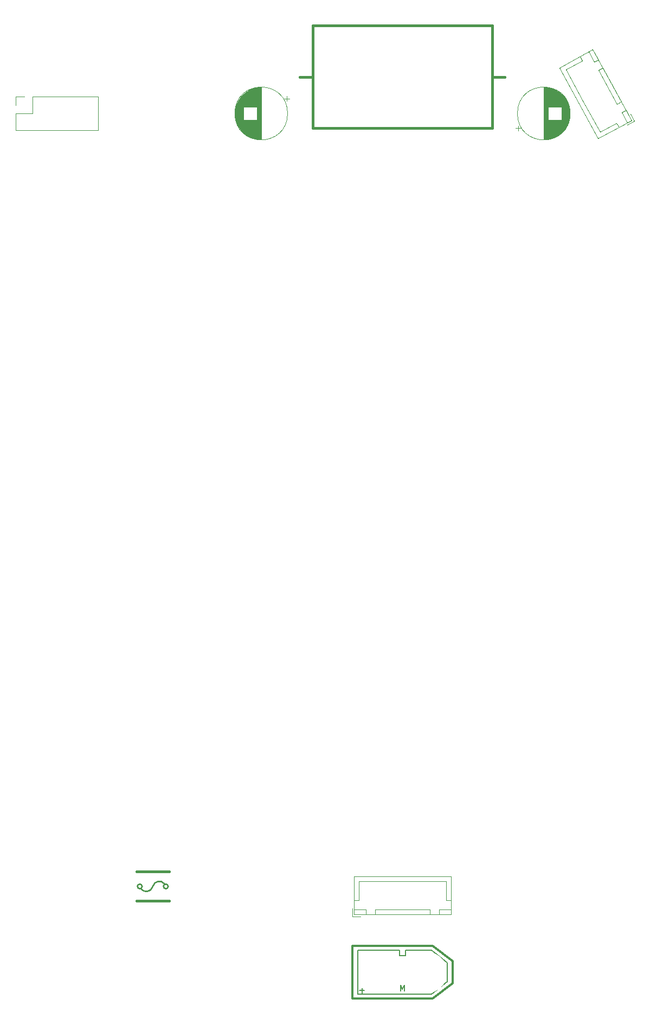
<source format=gbr>
G04 #@! TF.GenerationSoftware,KiCad,Pcbnew,(5.0.0)*
G04 #@! TF.CreationDate,2019-02-19T22:24:29-05:00*
G04 #@! TF.ProjectId,FusIon Pack,467573496F6E205061636B2E6B696361,rev?*
G04 #@! TF.SameCoordinates,Original*
G04 #@! TF.FileFunction,Legend,Bot*
G04 #@! TF.FilePolarity,Positive*
%FSLAX46Y46*%
G04 Gerber Fmt 4.6, Leading zero omitted, Abs format (unit mm)*
G04 Created by KiCad (PCBNEW (5.0.0)) date 02/19/19 22:24:29*
%MOMM*%
%LPD*%
G01*
G04 APERTURE LIST*
%ADD10C,0.120000*%
%ADD11C,0.254000*%
%ADD12C,0.381000*%
%ADD13C,0.200000*%
%ADD14C,0.300000*%
%ADD15C,0.100000*%
%ADD16C,1.601600*%
%ADD17C,1.701600*%
%ADD18R,1.701600X1.701600*%
%ADD19C,3.901600*%
%ADD20O,1.801600X1.801600*%
%ADD21R,1.801600X1.801600*%
%ADD22C,6.601600*%
%ADD23O,1.701600X1.701600*%
%ADD24O,1.801600X2.051600*%
%ADD25R,1.801600X2.051600*%
%ADD26C,1.801600*%
%ADD27C,1.801600*%
%ADD28C,3.101600*%
G04 APERTURE END LIST*
D10*
G04 #@! TO.C,C52*
X95939698Y-36690000D02*
X95939698Y-37490000D01*
X96339698Y-37090000D02*
X95539698Y-37090000D01*
X87849000Y-38872000D02*
X87849000Y-39938000D01*
X87889000Y-38637000D02*
X87889000Y-40173000D01*
X87929000Y-38457000D02*
X87929000Y-40353000D01*
X87969000Y-38307000D02*
X87969000Y-40503000D01*
X88009000Y-38176000D02*
X88009000Y-40634000D01*
X88049000Y-38059000D02*
X88049000Y-40751000D01*
X88089000Y-37952000D02*
X88089000Y-40858000D01*
X88129000Y-37853000D02*
X88129000Y-40957000D01*
X88169000Y-37760000D02*
X88169000Y-41050000D01*
X88209000Y-37674000D02*
X88209000Y-41136000D01*
X88249000Y-37592000D02*
X88249000Y-41218000D01*
X88289000Y-37515000D02*
X88289000Y-41295000D01*
X88329000Y-37441000D02*
X88329000Y-41369000D01*
X88369000Y-37371000D02*
X88369000Y-41439000D01*
X88409000Y-37303000D02*
X88409000Y-41507000D01*
X88449000Y-37239000D02*
X88449000Y-41571000D01*
X88489000Y-37177000D02*
X88489000Y-41633000D01*
X88529000Y-37118000D02*
X88529000Y-41692000D01*
X88569000Y-37060000D02*
X88569000Y-41750000D01*
X88609000Y-37005000D02*
X88609000Y-41805000D01*
X88649000Y-36951000D02*
X88649000Y-41859000D01*
X88689000Y-36900000D02*
X88689000Y-41910000D01*
X88729000Y-36849000D02*
X88729000Y-41961000D01*
X88769000Y-36801000D02*
X88769000Y-42009000D01*
X88809000Y-36754000D02*
X88809000Y-42056000D01*
X88849000Y-36708000D02*
X88849000Y-42102000D01*
X88889000Y-36664000D02*
X88889000Y-42146000D01*
X88929000Y-36621000D02*
X88929000Y-42189000D01*
X88969000Y-36579000D02*
X88969000Y-42231000D01*
X89009000Y-36538000D02*
X89009000Y-42272000D01*
X89049000Y-36498000D02*
X89049000Y-42312000D01*
X89089000Y-36460000D02*
X89089000Y-42350000D01*
X89129000Y-36422000D02*
X89129000Y-42388000D01*
X89169000Y-40445000D02*
X89169000Y-42424000D01*
X89169000Y-36386000D02*
X89169000Y-38365000D01*
X89209000Y-40445000D02*
X89209000Y-42460000D01*
X89209000Y-36350000D02*
X89209000Y-38365000D01*
X89249000Y-40445000D02*
X89249000Y-42495000D01*
X89249000Y-36315000D02*
X89249000Y-38365000D01*
X89289000Y-40445000D02*
X89289000Y-42529000D01*
X89289000Y-36281000D02*
X89289000Y-38365000D01*
X89329000Y-40445000D02*
X89329000Y-42561000D01*
X89329000Y-36249000D02*
X89329000Y-38365000D01*
X89369000Y-40445000D02*
X89369000Y-42594000D01*
X89369000Y-36216000D02*
X89369000Y-38365000D01*
X89409000Y-40445000D02*
X89409000Y-42625000D01*
X89409000Y-36185000D02*
X89409000Y-38365000D01*
X89449000Y-40445000D02*
X89449000Y-42655000D01*
X89449000Y-36155000D02*
X89449000Y-38365000D01*
X89489000Y-40445000D02*
X89489000Y-42685000D01*
X89489000Y-36125000D02*
X89489000Y-38365000D01*
X89529000Y-40445000D02*
X89529000Y-42714000D01*
X89529000Y-36096000D02*
X89529000Y-38365000D01*
X89569000Y-40445000D02*
X89569000Y-42743000D01*
X89569000Y-36067000D02*
X89569000Y-38365000D01*
X89609000Y-40445000D02*
X89609000Y-42770000D01*
X89609000Y-36040000D02*
X89609000Y-38365000D01*
X89649000Y-40445000D02*
X89649000Y-42797000D01*
X89649000Y-36013000D02*
X89649000Y-38365000D01*
X89689000Y-40445000D02*
X89689000Y-42823000D01*
X89689000Y-35987000D02*
X89689000Y-38365000D01*
X89729000Y-40445000D02*
X89729000Y-42849000D01*
X89729000Y-35961000D02*
X89729000Y-38365000D01*
X89769000Y-40445000D02*
X89769000Y-42874000D01*
X89769000Y-35936000D02*
X89769000Y-38365000D01*
X89809000Y-40445000D02*
X89809000Y-42898000D01*
X89809000Y-35912000D02*
X89809000Y-38365000D01*
X89849000Y-40445000D02*
X89849000Y-42922000D01*
X89849000Y-35888000D02*
X89849000Y-38365000D01*
X89889000Y-40445000D02*
X89889000Y-42945000D01*
X89889000Y-35865000D02*
X89889000Y-38365000D01*
X89929000Y-40445000D02*
X89929000Y-42967000D01*
X89929000Y-35843000D02*
X89929000Y-38365000D01*
X89969000Y-40445000D02*
X89969000Y-42989000D01*
X89969000Y-35821000D02*
X89969000Y-38365000D01*
X90009000Y-40445000D02*
X90009000Y-43011000D01*
X90009000Y-35799000D02*
X90009000Y-38365000D01*
X90049000Y-40445000D02*
X90049000Y-43032000D01*
X90049000Y-35778000D02*
X90049000Y-38365000D01*
X90089000Y-40445000D02*
X90089000Y-43052000D01*
X90089000Y-35758000D02*
X90089000Y-38365000D01*
X90129000Y-40445000D02*
X90129000Y-43071000D01*
X90129000Y-35739000D02*
X90129000Y-38365000D01*
X90169000Y-40445000D02*
X90169000Y-43091000D01*
X90169000Y-35719000D02*
X90169000Y-38365000D01*
X90209000Y-40445000D02*
X90209000Y-43109000D01*
X90209000Y-35701000D02*
X90209000Y-38365000D01*
X90249000Y-40445000D02*
X90249000Y-43127000D01*
X90249000Y-35683000D02*
X90249000Y-38365000D01*
X90289000Y-40445000D02*
X90289000Y-43145000D01*
X90289000Y-35665000D02*
X90289000Y-38365000D01*
X90329000Y-40445000D02*
X90329000Y-43162000D01*
X90329000Y-35648000D02*
X90329000Y-38365000D01*
X90369000Y-40445000D02*
X90369000Y-43179000D01*
X90369000Y-35631000D02*
X90369000Y-38365000D01*
X90409000Y-40445000D02*
X90409000Y-43195000D01*
X90409000Y-35615000D02*
X90409000Y-38365000D01*
X90449000Y-40445000D02*
X90449000Y-43210000D01*
X90449000Y-35600000D02*
X90449000Y-38365000D01*
X90489000Y-40445000D02*
X90489000Y-43226000D01*
X90489000Y-35584000D02*
X90489000Y-38365000D01*
X90529000Y-40445000D02*
X90529000Y-43240000D01*
X90529000Y-35570000D02*
X90529000Y-38365000D01*
X90569000Y-40445000D02*
X90569000Y-43255000D01*
X90569000Y-35555000D02*
X90569000Y-38365000D01*
X90609000Y-40445000D02*
X90609000Y-43268000D01*
X90609000Y-35542000D02*
X90609000Y-38365000D01*
X90649000Y-40445000D02*
X90649000Y-43282000D01*
X90649000Y-35528000D02*
X90649000Y-38365000D01*
X90689000Y-40445000D02*
X90689000Y-43294000D01*
X90689000Y-35516000D02*
X90689000Y-38365000D01*
X90729000Y-40445000D02*
X90729000Y-43307000D01*
X90729000Y-35503000D02*
X90729000Y-38365000D01*
X90769000Y-40445000D02*
X90769000Y-43319000D01*
X90769000Y-35491000D02*
X90769000Y-38365000D01*
X90809000Y-40445000D02*
X90809000Y-43330000D01*
X90809000Y-35480000D02*
X90809000Y-38365000D01*
X90849000Y-40445000D02*
X90849000Y-43341000D01*
X90849000Y-35469000D02*
X90849000Y-38365000D01*
X90889000Y-40445000D02*
X90889000Y-43352000D01*
X90889000Y-35458000D02*
X90889000Y-38365000D01*
X90929000Y-40445000D02*
X90929000Y-43362000D01*
X90929000Y-35448000D02*
X90929000Y-38365000D01*
X90969000Y-40445000D02*
X90969000Y-43372000D01*
X90969000Y-35438000D02*
X90969000Y-38365000D01*
X91009000Y-40445000D02*
X91009000Y-43381000D01*
X91009000Y-35429000D02*
X91009000Y-38365000D01*
X91049000Y-40445000D02*
X91049000Y-43390000D01*
X91049000Y-35420000D02*
X91049000Y-38365000D01*
X91089000Y-40445000D02*
X91089000Y-43399000D01*
X91089000Y-35411000D02*
X91089000Y-38365000D01*
X91129000Y-40445000D02*
X91129000Y-43407000D01*
X91129000Y-35403000D02*
X91129000Y-38365000D01*
X91169000Y-40445000D02*
X91169000Y-43415000D01*
X91169000Y-35395000D02*
X91169000Y-38365000D01*
X91209000Y-40445000D02*
X91209000Y-43422000D01*
X91209000Y-35388000D02*
X91209000Y-38365000D01*
X91250000Y-35381000D02*
X91250000Y-43429000D01*
X91290000Y-35375000D02*
X91290000Y-43435000D01*
X91330000Y-35368000D02*
X91330000Y-43442000D01*
X91370000Y-35363000D02*
X91370000Y-43447000D01*
X91410000Y-35357000D02*
X91410000Y-43453000D01*
X91450000Y-35353000D02*
X91450000Y-43457000D01*
X91490000Y-35348000D02*
X91490000Y-43462000D01*
X91530000Y-35344000D02*
X91530000Y-43466000D01*
X91570000Y-35340000D02*
X91570000Y-43470000D01*
X91610000Y-35337000D02*
X91610000Y-43473000D01*
X91650000Y-35334000D02*
X91650000Y-43476000D01*
X91690000Y-35331000D02*
X91690000Y-43479000D01*
X91730000Y-35329000D02*
X91730000Y-43481000D01*
X91770000Y-35328000D02*
X91770000Y-43482000D01*
X91810000Y-35326000D02*
X91810000Y-43484000D01*
X91850000Y-35325000D02*
X91850000Y-43485000D01*
X91890000Y-35325000D02*
X91890000Y-43485000D01*
X91930000Y-35325000D02*
X91930000Y-43485000D01*
X96050000Y-39405000D02*
G75*
G03X96050000Y-39405000I-4120000J0D01*
G01*
G04 #@! TO.C,C57*
X132060302Y-42120000D02*
X132060302Y-41320000D01*
X131660302Y-41720000D02*
X132460302Y-41720000D01*
X140151000Y-39938000D02*
X140151000Y-38872000D01*
X140111000Y-40173000D02*
X140111000Y-38637000D01*
X140071000Y-40353000D02*
X140071000Y-38457000D01*
X140031000Y-40503000D02*
X140031000Y-38307000D01*
X139991000Y-40634000D02*
X139991000Y-38176000D01*
X139951000Y-40751000D02*
X139951000Y-38059000D01*
X139911000Y-40858000D02*
X139911000Y-37952000D01*
X139871000Y-40957000D02*
X139871000Y-37853000D01*
X139831000Y-41050000D02*
X139831000Y-37760000D01*
X139791000Y-41136000D02*
X139791000Y-37674000D01*
X139751000Y-41218000D02*
X139751000Y-37592000D01*
X139711000Y-41295000D02*
X139711000Y-37515000D01*
X139671000Y-41369000D02*
X139671000Y-37441000D01*
X139631000Y-41439000D02*
X139631000Y-37371000D01*
X139591000Y-41507000D02*
X139591000Y-37303000D01*
X139551000Y-41571000D02*
X139551000Y-37239000D01*
X139511000Y-41633000D02*
X139511000Y-37177000D01*
X139471000Y-41692000D02*
X139471000Y-37118000D01*
X139431000Y-41750000D02*
X139431000Y-37060000D01*
X139391000Y-41805000D02*
X139391000Y-37005000D01*
X139351000Y-41859000D02*
X139351000Y-36951000D01*
X139311000Y-41910000D02*
X139311000Y-36900000D01*
X139271000Y-41961000D02*
X139271000Y-36849000D01*
X139231000Y-42009000D02*
X139231000Y-36801000D01*
X139191000Y-42056000D02*
X139191000Y-36754000D01*
X139151000Y-42102000D02*
X139151000Y-36708000D01*
X139111000Y-42146000D02*
X139111000Y-36664000D01*
X139071000Y-42189000D02*
X139071000Y-36621000D01*
X139031000Y-42231000D02*
X139031000Y-36579000D01*
X138991000Y-42272000D02*
X138991000Y-36538000D01*
X138951000Y-42312000D02*
X138951000Y-36498000D01*
X138911000Y-42350000D02*
X138911000Y-36460000D01*
X138871000Y-42388000D02*
X138871000Y-36422000D01*
X138831000Y-38365000D02*
X138831000Y-36386000D01*
X138831000Y-42424000D02*
X138831000Y-40445000D01*
X138791000Y-38365000D02*
X138791000Y-36350000D01*
X138791000Y-42460000D02*
X138791000Y-40445000D01*
X138751000Y-38365000D02*
X138751000Y-36315000D01*
X138751000Y-42495000D02*
X138751000Y-40445000D01*
X138711000Y-38365000D02*
X138711000Y-36281000D01*
X138711000Y-42529000D02*
X138711000Y-40445000D01*
X138671000Y-38365000D02*
X138671000Y-36249000D01*
X138671000Y-42561000D02*
X138671000Y-40445000D01*
X138631000Y-38365000D02*
X138631000Y-36216000D01*
X138631000Y-42594000D02*
X138631000Y-40445000D01*
X138591000Y-38365000D02*
X138591000Y-36185000D01*
X138591000Y-42625000D02*
X138591000Y-40445000D01*
X138551000Y-38365000D02*
X138551000Y-36155000D01*
X138551000Y-42655000D02*
X138551000Y-40445000D01*
X138511000Y-38365000D02*
X138511000Y-36125000D01*
X138511000Y-42685000D02*
X138511000Y-40445000D01*
X138471000Y-38365000D02*
X138471000Y-36096000D01*
X138471000Y-42714000D02*
X138471000Y-40445000D01*
X138431000Y-38365000D02*
X138431000Y-36067000D01*
X138431000Y-42743000D02*
X138431000Y-40445000D01*
X138391000Y-38365000D02*
X138391000Y-36040000D01*
X138391000Y-42770000D02*
X138391000Y-40445000D01*
X138351000Y-38365000D02*
X138351000Y-36013000D01*
X138351000Y-42797000D02*
X138351000Y-40445000D01*
X138311000Y-38365000D02*
X138311000Y-35987000D01*
X138311000Y-42823000D02*
X138311000Y-40445000D01*
X138271000Y-38365000D02*
X138271000Y-35961000D01*
X138271000Y-42849000D02*
X138271000Y-40445000D01*
X138231000Y-38365000D02*
X138231000Y-35936000D01*
X138231000Y-42874000D02*
X138231000Y-40445000D01*
X138191000Y-38365000D02*
X138191000Y-35912000D01*
X138191000Y-42898000D02*
X138191000Y-40445000D01*
X138151000Y-38365000D02*
X138151000Y-35888000D01*
X138151000Y-42922000D02*
X138151000Y-40445000D01*
X138111000Y-38365000D02*
X138111000Y-35865000D01*
X138111000Y-42945000D02*
X138111000Y-40445000D01*
X138071000Y-38365000D02*
X138071000Y-35843000D01*
X138071000Y-42967000D02*
X138071000Y-40445000D01*
X138031000Y-38365000D02*
X138031000Y-35821000D01*
X138031000Y-42989000D02*
X138031000Y-40445000D01*
X137991000Y-38365000D02*
X137991000Y-35799000D01*
X137991000Y-43011000D02*
X137991000Y-40445000D01*
X137951000Y-38365000D02*
X137951000Y-35778000D01*
X137951000Y-43032000D02*
X137951000Y-40445000D01*
X137911000Y-38365000D02*
X137911000Y-35758000D01*
X137911000Y-43052000D02*
X137911000Y-40445000D01*
X137871000Y-38365000D02*
X137871000Y-35739000D01*
X137871000Y-43071000D02*
X137871000Y-40445000D01*
X137831000Y-38365000D02*
X137831000Y-35719000D01*
X137831000Y-43091000D02*
X137831000Y-40445000D01*
X137791000Y-38365000D02*
X137791000Y-35701000D01*
X137791000Y-43109000D02*
X137791000Y-40445000D01*
X137751000Y-38365000D02*
X137751000Y-35683000D01*
X137751000Y-43127000D02*
X137751000Y-40445000D01*
X137711000Y-38365000D02*
X137711000Y-35665000D01*
X137711000Y-43145000D02*
X137711000Y-40445000D01*
X137671000Y-38365000D02*
X137671000Y-35648000D01*
X137671000Y-43162000D02*
X137671000Y-40445000D01*
X137631000Y-38365000D02*
X137631000Y-35631000D01*
X137631000Y-43179000D02*
X137631000Y-40445000D01*
X137591000Y-38365000D02*
X137591000Y-35615000D01*
X137591000Y-43195000D02*
X137591000Y-40445000D01*
X137551000Y-38365000D02*
X137551000Y-35600000D01*
X137551000Y-43210000D02*
X137551000Y-40445000D01*
X137511000Y-38365000D02*
X137511000Y-35584000D01*
X137511000Y-43226000D02*
X137511000Y-40445000D01*
X137471000Y-38365000D02*
X137471000Y-35570000D01*
X137471000Y-43240000D02*
X137471000Y-40445000D01*
X137431000Y-38365000D02*
X137431000Y-35555000D01*
X137431000Y-43255000D02*
X137431000Y-40445000D01*
X137391000Y-38365000D02*
X137391000Y-35542000D01*
X137391000Y-43268000D02*
X137391000Y-40445000D01*
X137351000Y-38365000D02*
X137351000Y-35528000D01*
X137351000Y-43282000D02*
X137351000Y-40445000D01*
X137311000Y-38365000D02*
X137311000Y-35516000D01*
X137311000Y-43294000D02*
X137311000Y-40445000D01*
X137271000Y-38365000D02*
X137271000Y-35503000D01*
X137271000Y-43307000D02*
X137271000Y-40445000D01*
X137231000Y-38365000D02*
X137231000Y-35491000D01*
X137231000Y-43319000D02*
X137231000Y-40445000D01*
X137191000Y-38365000D02*
X137191000Y-35480000D01*
X137191000Y-43330000D02*
X137191000Y-40445000D01*
X137151000Y-38365000D02*
X137151000Y-35469000D01*
X137151000Y-43341000D02*
X137151000Y-40445000D01*
X137111000Y-38365000D02*
X137111000Y-35458000D01*
X137111000Y-43352000D02*
X137111000Y-40445000D01*
X137071000Y-38365000D02*
X137071000Y-35448000D01*
X137071000Y-43362000D02*
X137071000Y-40445000D01*
X137031000Y-38365000D02*
X137031000Y-35438000D01*
X137031000Y-43372000D02*
X137031000Y-40445000D01*
X136991000Y-38365000D02*
X136991000Y-35429000D01*
X136991000Y-43381000D02*
X136991000Y-40445000D01*
X136951000Y-38365000D02*
X136951000Y-35420000D01*
X136951000Y-43390000D02*
X136951000Y-40445000D01*
X136911000Y-38365000D02*
X136911000Y-35411000D01*
X136911000Y-43399000D02*
X136911000Y-40445000D01*
X136871000Y-38365000D02*
X136871000Y-35403000D01*
X136871000Y-43407000D02*
X136871000Y-40445000D01*
X136831000Y-38365000D02*
X136831000Y-35395000D01*
X136831000Y-43415000D02*
X136831000Y-40445000D01*
X136791000Y-38365000D02*
X136791000Y-35388000D01*
X136791000Y-43422000D02*
X136791000Y-40445000D01*
X136750000Y-43429000D02*
X136750000Y-35381000D01*
X136710000Y-43435000D02*
X136710000Y-35375000D01*
X136670000Y-43442000D02*
X136670000Y-35368000D01*
X136630000Y-43447000D02*
X136630000Y-35363000D01*
X136590000Y-43453000D02*
X136590000Y-35357000D01*
X136550000Y-43457000D02*
X136550000Y-35353000D01*
X136510000Y-43462000D02*
X136510000Y-35348000D01*
X136470000Y-43466000D02*
X136470000Y-35344000D01*
X136430000Y-43470000D02*
X136430000Y-35340000D01*
X136390000Y-43473000D02*
X136390000Y-35337000D01*
X136350000Y-43476000D02*
X136350000Y-35334000D01*
X136310000Y-43479000D02*
X136310000Y-35331000D01*
X136270000Y-43481000D02*
X136270000Y-35329000D01*
X136230000Y-43482000D02*
X136230000Y-35328000D01*
X136190000Y-43484000D02*
X136190000Y-35326000D01*
X136150000Y-43485000D02*
X136150000Y-35325000D01*
X136110000Y-43485000D02*
X136110000Y-35325000D01*
X136070000Y-43485000D02*
X136070000Y-35325000D01*
X140190000Y-39405000D02*
G75*
G03X140190000Y-39405000I-4120000J0D01*
G01*
D11*
G04 #@! TO.C,F1*
X77391210Y-160000000D02*
G75*
G03X77391210Y-160000000I-359210J0D01*
G01*
X73327210Y-160000000D02*
G75*
G03X73327210Y-160000000I-359210J0D01*
G01*
X73112619Y-160326920D02*
G75*
G03X75000000Y-160000000I871381J580920D01*
G01*
X76887381Y-159673080D02*
G75*
G03X75000000Y-160000000I-871381J-580920D01*
G01*
D12*
X72460000Y-162286000D02*
X77540000Y-162286000D01*
X77540000Y-157714000D02*
X72460000Y-157714000D01*
D10*
G04 #@! TO.C,J1*
X53615000Y-36805000D02*
X53615000Y-38135000D01*
X54945000Y-36805000D02*
X53615000Y-36805000D01*
X53615000Y-39405000D02*
X53615000Y-42005000D01*
X56215000Y-39405000D02*
X53615000Y-39405000D01*
X56215000Y-36805000D02*
X56215000Y-39405000D01*
X53615000Y-42005000D02*
X66435000Y-42005000D01*
X56215000Y-36805000D02*
X66435000Y-36805000D01*
X66435000Y-36805000D02*
X66435000Y-42005000D01*
D13*
G04 #@! TO.C,J5*
X114450000Y-169990000D02*
X118500000Y-169990000D01*
X113550000Y-170840000D02*
X113550000Y-169990000D01*
X114450000Y-170840000D02*
X114450000Y-169990000D01*
X113550000Y-170840000D02*
X114450000Y-170840000D01*
D14*
X106200000Y-177515000D02*
X118700000Y-177515000D01*
D13*
X107000000Y-176790000D02*
X118500000Y-176790000D01*
X121000000Y-174890000D02*
X121000000Y-171890000D01*
X118500000Y-176790000D02*
X121000000Y-174890000D01*
X118500000Y-169990000D02*
X121000000Y-171890000D01*
X107000000Y-169990000D02*
X113550000Y-169990000D01*
X107000000Y-176790000D02*
X107000000Y-169990000D01*
D14*
X118700000Y-169265000D02*
X121800000Y-171640000D01*
X121800000Y-175140000D02*
X121800000Y-171640000D01*
X118700000Y-177515000D02*
X121800000Y-175140000D01*
X106200000Y-177515000D02*
X106200000Y-169265000D01*
X106200000Y-169265000D02*
X118700000Y-169265000D01*
D10*
G04 #@! TO.C,J4*
X106150000Y-164675000D02*
X106150000Y-163425000D01*
X107400000Y-164675000D02*
X106150000Y-164675000D01*
X120800000Y-159175000D02*
X114000000Y-159175000D01*
X120800000Y-162125000D02*
X120800000Y-159175000D01*
X121550000Y-162125000D02*
X120800000Y-162125000D01*
X107200000Y-159175000D02*
X114000000Y-159175000D01*
X107200000Y-162125000D02*
X107200000Y-159175000D01*
X106450000Y-162125000D02*
X107200000Y-162125000D01*
X121550000Y-164375000D02*
X119750000Y-164375000D01*
X121550000Y-163625000D02*
X121550000Y-164375000D01*
X119750000Y-163625000D02*
X121550000Y-163625000D01*
X119750000Y-164375000D02*
X119750000Y-163625000D01*
X108250000Y-164375000D02*
X106450000Y-164375000D01*
X108250000Y-163625000D02*
X108250000Y-164375000D01*
X106450000Y-163625000D02*
X108250000Y-163625000D01*
X106450000Y-164375000D02*
X106450000Y-163625000D01*
X118250000Y-164375000D02*
X109750000Y-164375000D01*
X118250000Y-163625000D02*
X118250000Y-164375000D01*
X109750000Y-163625000D02*
X118250000Y-163625000D01*
X109750000Y-164375000D02*
X109750000Y-163625000D01*
X121560000Y-164385000D02*
X106440000Y-164385000D01*
X121560000Y-158415000D02*
X121560000Y-164385000D01*
X106440000Y-158415000D02*
X121560000Y-158415000D01*
X106440000Y-164385000D02*
X106440000Y-158415000D01*
G04 #@! TO.C,J3*
X150165789Y-40584252D02*
X149069356Y-41184531D01*
X149565510Y-39487819D02*
X150165789Y-40584252D01*
X139506770Y-32568155D02*
X142172010Y-37436317D01*
X142094351Y-31151496D02*
X139506770Y-32568155D01*
X141734183Y-30493636D02*
X142094351Y-31151496D01*
X144837250Y-42304478D02*
X142172010Y-37436317D01*
X147424832Y-40887818D02*
X144837250Y-42304478D01*
X147784999Y-41545678D02*
X147424832Y-40887818D01*
X143707762Y-29413133D02*
X144572164Y-30991997D01*
X143049902Y-29773301D02*
X143707762Y-29413133D01*
X143914305Y-31352164D02*
X143049902Y-29773301D01*
X144572164Y-30991997D02*
X143914305Y-31352164D01*
X148894176Y-38886312D02*
X149758578Y-40465175D01*
X148236316Y-39246480D02*
X148894176Y-38886312D01*
X149100718Y-40825343D02*
X148236316Y-39246480D01*
X149758578Y-40465175D02*
X149100718Y-40825343D01*
X145292499Y-32307716D02*
X148173840Y-37570593D01*
X144634640Y-32667883D02*
X145292499Y-32307716D01*
X147515981Y-37930760D02*
X144634640Y-32667883D01*
X148173840Y-37570593D02*
X147515981Y-37930760D01*
X143711731Y-29399560D02*
X149772152Y-40469144D01*
X138475169Y-32266494D02*
X143711731Y-29399560D01*
X144535589Y-43336079D02*
X138475169Y-32266494D01*
X149772152Y-40469144D02*
X144535589Y-43336079D01*
D12*
G04 #@! TO.C,L2*
X130000000Y-33690000D02*
X128000000Y-33690000D01*
X128000000Y-25690000D02*
X100000000Y-25690000D01*
X128000000Y-41690000D02*
X128000000Y-25690000D01*
X100000000Y-41690000D02*
X128000000Y-41690000D01*
X100000000Y-25690000D02*
X100000000Y-41690000D01*
X98000000Y-33690000D02*
X100000000Y-33690000D01*
G04 #@! TO.C,J5*
D13*
X114333333Y-176342380D02*
X114333333Y-175342380D01*
X114000000Y-176056666D01*
X113666666Y-175342380D01*
X113666666Y-176342380D01*
X108060952Y-176251428D02*
X107299047Y-176251428D01*
X107680000Y-176632380D02*
X107680000Y-175870476D01*
G04 #@! TD*
%LPC*%
D15*
G04 #@! TO.C,BT1*
G36*
X44189646Y-137451128D02*
X44228514Y-137456894D01*
X44266630Y-137466441D01*
X44303626Y-137479679D01*
X44339147Y-137496479D01*
X44372850Y-137516680D01*
X44404411Y-137540087D01*
X44433526Y-137566474D01*
X44459913Y-137595589D01*
X44483320Y-137627150D01*
X44503521Y-137660853D01*
X44520321Y-137696374D01*
X44533559Y-137733370D01*
X44543106Y-137771486D01*
X44548872Y-137810354D01*
X44550800Y-137849600D01*
X44550800Y-152150400D01*
X44548872Y-152189646D01*
X44543106Y-152228514D01*
X44533559Y-152266630D01*
X44520321Y-152303626D01*
X44503521Y-152339147D01*
X44483320Y-152372850D01*
X44459913Y-152404411D01*
X44433526Y-152433526D01*
X44404411Y-152459913D01*
X44372850Y-152483320D01*
X44339147Y-152503521D01*
X44303626Y-152520321D01*
X44266630Y-152533559D01*
X44228514Y-152543106D01*
X44189646Y-152548872D01*
X44150400Y-152550800D01*
X43349600Y-152550800D01*
X43310354Y-152548872D01*
X43271486Y-152543106D01*
X43233370Y-152533559D01*
X43196374Y-152520321D01*
X43160853Y-152503521D01*
X43127150Y-152483320D01*
X43095589Y-152459913D01*
X43066474Y-152433526D01*
X43040087Y-152404411D01*
X43016680Y-152372850D01*
X42996479Y-152339147D01*
X42979679Y-152303626D01*
X42966441Y-152266630D01*
X42956894Y-152228514D01*
X42951128Y-152189646D01*
X42949200Y-152150400D01*
X42949200Y-137849600D01*
X42951128Y-137810354D01*
X42956894Y-137771486D01*
X42966441Y-137733370D01*
X42979679Y-137696374D01*
X42996479Y-137660853D01*
X43016680Y-137627150D01*
X43040087Y-137595589D01*
X43066474Y-137566474D01*
X43095589Y-137540087D01*
X43127150Y-137516680D01*
X43160853Y-137496479D01*
X43196374Y-137479679D01*
X43233370Y-137466441D01*
X43271486Y-137456894D01*
X43310354Y-137451128D01*
X43349600Y-137449200D01*
X44150400Y-137449200D01*
X44189646Y-137451128D01*
X44189646Y-137451128D01*
G37*
D16*
X43750000Y-145000000D03*
D15*
G36*
X109189646Y-137451128D02*
X109228514Y-137456894D01*
X109266630Y-137466441D01*
X109303626Y-137479679D01*
X109339147Y-137496479D01*
X109372850Y-137516680D01*
X109404411Y-137540087D01*
X109433526Y-137566474D01*
X109459913Y-137595589D01*
X109483320Y-137627150D01*
X109503521Y-137660853D01*
X109520321Y-137696374D01*
X109533559Y-137733370D01*
X109543106Y-137771486D01*
X109548872Y-137810354D01*
X109550800Y-137849600D01*
X109550800Y-152150400D01*
X109548872Y-152189646D01*
X109543106Y-152228514D01*
X109533559Y-152266630D01*
X109520321Y-152303626D01*
X109503521Y-152339147D01*
X109483320Y-152372850D01*
X109459913Y-152404411D01*
X109433526Y-152433526D01*
X109404411Y-152459913D01*
X109372850Y-152483320D01*
X109339147Y-152503521D01*
X109303626Y-152520321D01*
X109266630Y-152533559D01*
X109228514Y-152543106D01*
X109189646Y-152548872D01*
X109150400Y-152550800D01*
X108349600Y-152550800D01*
X108310354Y-152548872D01*
X108271486Y-152543106D01*
X108233370Y-152533559D01*
X108196374Y-152520321D01*
X108160853Y-152503521D01*
X108127150Y-152483320D01*
X108095589Y-152459913D01*
X108066474Y-152433526D01*
X108040087Y-152404411D01*
X108016680Y-152372850D01*
X107996479Y-152339147D01*
X107979679Y-152303626D01*
X107966441Y-152266630D01*
X107956894Y-152228514D01*
X107951128Y-152189646D01*
X107949200Y-152150400D01*
X107949200Y-137849600D01*
X107951128Y-137810354D01*
X107956894Y-137771486D01*
X107966441Y-137733370D01*
X107979679Y-137696374D01*
X107996479Y-137660853D01*
X108016680Y-137627150D01*
X108040087Y-137595589D01*
X108066474Y-137566474D01*
X108095589Y-137540087D01*
X108127150Y-137516680D01*
X108160853Y-137496479D01*
X108196374Y-137479679D01*
X108233370Y-137466441D01*
X108271486Y-137456894D01*
X108310354Y-137451128D01*
X108349600Y-137449200D01*
X109150400Y-137449200D01*
X109189646Y-137451128D01*
X109189646Y-137451128D01*
G37*
D16*
X108750000Y-145000000D03*
G04 #@! TD*
D15*
G04 #@! TO.C,BT2*
G36*
X109189646Y-115451128D02*
X109228514Y-115456894D01*
X109266630Y-115466441D01*
X109303626Y-115479679D01*
X109339147Y-115496479D01*
X109372850Y-115516680D01*
X109404411Y-115540087D01*
X109433526Y-115566474D01*
X109459913Y-115595589D01*
X109483320Y-115627150D01*
X109503521Y-115660853D01*
X109520321Y-115696374D01*
X109533559Y-115733370D01*
X109543106Y-115771486D01*
X109548872Y-115810354D01*
X109550800Y-115849600D01*
X109550800Y-130150400D01*
X109548872Y-130189646D01*
X109543106Y-130228514D01*
X109533559Y-130266630D01*
X109520321Y-130303626D01*
X109503521Y-130339147D01*
X109483320Y-130372850D01*
X109459913Y-130404411D01*
X109433526Y-130433526D01*
X109404411Y-130459913D01*
X109372850Y-130483320D01*
X109339147Y-130503521D01*
X109303626Y-130520321D01*
X109266630Y-130533559D01*
X109228514Y-130543106D01*
X109189646Y-130548872D01*
X109150400Y-130550800D01*
X108349600Y-130550800D01*
X108310354Y-130548872D01*
X108271486Y-130543106D01*
X108233370Y-130533559D01*
X108196374Y-130520321D01*
X108160853Y-130503521D01*
X108127150Y-130483320D01*
X108095589Y-130459913D01*
X108066474Y-130433526D01*
X108040087Y-130404411D01*
X108016680Y-130372850D01*
X107996479Y-130339147D01*
X107979679Y-130303626D01*
X107966441Y-130266630D01*
X107956894Y-130228514D01*
X107951128Y-130189646D01*
X107949200Y-130150400D01*
X107949200Y-115849600D01*
X107951128Y-115810354D01*
X107956894Y-115771486D01*
X107966441Y-115733370D01*
X107979679Y-115696374D01*
X107996479Y-115660853D01*
X108016680Y-115627150D01*
X108040087Y-115595589D01*
X108066474Y-115566474D01*
X108095589Y-115540087D01*
X108127150Y-115516680D01*
X108160853Y-115496479D01*
X108196374Y-115479679D01*
X108233370Y-115466441D01*
X108271486Y-115456894D01*
X108310354Y-115451128D01*
X108349600Y-115449200D01*
X109150400Y-115449200D01*
X109189646Y-115451128D01*
X109189646Y-115451128D01*
G37*
D16*
X108750000Y-123000000D03*
D15*
G36*
X44189646Y-115451128D02*
X44228514Y-115456894D01*
X44266630Y-115466441D01*
X44303626Y-115479679D01*
X44339147Y-115496479D01*
X44372850Y-115516680D01*
X44404411Y-115540087D01*
X44433526Y-115566474D01*
X44459913Y-115595589D01*
X44483320Y-115627150D01*
X44503521Y-115660853D01*
X44520321Y-115696374D01*
X44533559Y-115733370D01*
X44543106Y-115771486D01*
X44548872Y-115810354D01*
X44550800Y-115849600D01*
X44550800Y-130150400D01*
X44548872Y-130189646D01*
X44543106Y-130228514D01*
X44533559Y-130266630D01*
X44520321Y-130303626D01*
X44503521Y-130339147D01*
X44483320Y-130372850D01*
X44459913Y-130404411D01*
X44433526Y-130433526D01*
X44404411Y-130459913D01*
X44372850Y-130483320D01*
X44339147Y-130503521D01*
X44303626Y-130520321D01*
X44266630Y-130533559D01*
X44228514Y-130543106D01*
X44189646Y-130548872D01*
X44150400Y-130550800D01*
X43349600Y-130550800D01*
X43310354Y-130548872D01*
X43271486Y-130543106D01*
X43233370Y-130533559D01*
X43196374Y-130520321D01*
X43160853Y-130503521D01*
X43127150Y-130483320D01*
X43095589Y-130459913D01*
X43066474Y-130433526D01*
X43040087Y-130404411D01*
X43016680Y-130372850D01*
X42996479Y-130339147D01*
X42979679Y-130303626D01*
X42966441Y-130266630D01*
X42956894Y-130228514D01*
X42951128Y-130189646D01*
X42949200Y-130150400D01*
X42949200Y-115849600D01*
X42951128Y-115810354D01*
X42956894Y-115771486D01*
X42966441Y-115733370D01*
X42979679Y-115696374D01*
X42996479Y-115660853D01*
X43016680Y-115627150D01*
X43040087Y-115595589D01*
X43066474Y-115566474D01*
X43095589Y-115540087D01*
X43127150Y-115516680D01*
X43160853Y-115496479D01*
X43196374Y-115479679D01*
X43233370Y-115466441D01*
X43271486Y-115456894D01*
X43310354Y-115451128D01*
X43349600Y-115449200D01*
X44150400Y-115449200D01*
X44189646Y-115451128D01*
X44189646Y-115451128D01*
G37*
D16*
X43750000Y-123000000D03*
G04 #@! TD*
D15*
G04 #@! TO.C,BT3*
G36*
X44189646Y-93451128D02*
X44228514Y-93456894D01*
X44266630Y-93466441D01*
X44303626Y-93479679D01*
X44339147Y-93496479D01*
X44372850Y-93516680D01*
X44404411Y-93540087D01*
X44433526Y-93566474D01*
X44459913Y-93595589D01*
X44483320Y-93627150D01*
X44503521Y-93660853D01*
X44520321Y-93696374D01*
X44533559Y-93733370D01*
X44543106Y-93771486D01*
X44548872Y-93810354D01*
X44550800Y-93849600D01*
X44550800Y-108150400D01*
X44548872Y-108189646D01*
X44543106Y-108228514D01*
X44533559Y-108266630D01*
X44520321Y-108303626D01*
X44503521Y-108339147D01*
X44483320Y-108372850D01*
X44459913Y-108404411D01*
X44433526Y-108433526D01*
X44404411Y-108459913D01*
X44372850Y-108483320D01*
X44339147Y-108503521D01*
X44303626Y-108520321D01*
X44266630Y-108533559D01*
X44228514Y-108543106D01*
X44189646Y-108548872D01*
X44150400Y-108550800D01*
X43349600Y-108550800D01*
X43310354Y-108548872D01*
X43271486Y-108543106D01*
X43233370Y-108533559D01*
X43196374Y-108520321D01*
X43160853Y-108503521D01*
X43127150Y-108483320D01*
X43095589Y-108459913D01*
X43066474Y-108433526D01*
X43040087Y-108404411D01*
X43016680Y-108372850D01*
X42996479Y-108339147D01*
X42979679Y-108303626D01*
X42966441Y-108266630D01*
X42956894Y-108228514D01*
X42951128Y-108189646D01*
X42949200Y-108150400D01*
X42949200Y-93849600D01*
X42951128Y-93810354D01*
X42956894Y-93771486D01*
X42966441Y-93733370D01*
X42979679Y-93696374D01*
X42996479Y-93660853D01*
X43016680Y-93627150D01*
X43040087Y-93595589D01*
X43066474Y-93566474D01*
X43095589Y-93540087D01*
X43127150Y-93516680D01*
X43160853Y-93496479D01*
X43196374Y-93479679D01*
X43233370Y-93466441D01*
X43271486Y-93456894D01*
X43310354Y-93451128D01*
X43349600Y-93449200D01*
X44150400Y-93449200D01*
X44189646Y-93451128D01*
X44189646Y-93451128D01*
G37*
D16*
X43750000Y-101000000D03*
D15*
G36*
X109189646Y-93451128D02*
X109228514Y-93456894D01*
X109266630Y-93466441D01*
X109303626Y-93479679D01*
X109339147Y-93496479D01*
X109372850Y-93516680D01*
X109404411Y-93540087D01*
X109433526Y-93566474D01*
X109459913Y-93595589D01*
X109483320Y-93627150D01*
X109503521Y-93660853D01*
X109520321Y-93696374D01*
X109533559Y-93733370D01*
X109543106Y-93771486D01*
X109548872Y-93810354D01*
X109550800Y-93849600D01*
X109550800Y-108150400D01*
X109548872Y-108189646D01*
X109543106Y-108228514D01*
X109533559Y-108266630D01*
X109520321Y-108303626D01*
X109503521Y-108339147D01*
X109483320Y-108372850D01*
X109459913Y-108404411D01*
X109433526Y-108433526D01*
X109404411Y-108459913D01*
X109372850Y-108483320D01*
X109339147Y-108503521D01*
X109303626Y-108520321D01*
X109266630Y-108533559D01*
X109228514Y-108543106D01*
X109189646Y-108548872D01*
X109150400Y-108550800D01*
X108349600Y-108550800D01*
X108310354Y-108548872D01*
X108271486Y-108543106D01*
X108233370Y-108533559D01*
X108196374Y-108520321D01*
X108160853Y-108503521D01*
X108127150Y-108483320D01*
X108095589Y-108459913D01*
X108066474Y-108433526D01*
X108040087Y-108404411D01*
X108016680Y-108372850D01*
X107996479Y-108339147D01*
X107979679Y-108303626D01*
X107966441Y-108266630D01*
X107956894Y-108228514D01*
X107951128Y-108189646D01*
X107949200Y-108150400D01*
X107949200Y-93849600D01*
X107951128Y-93810354D01*
X107956894Y-93771486D01*
X107966441Y-93733370D01*
X107979679Y-93696374D01*
X107996479Y-93660853D01*
X108016680Y-93627150D01*
X108040087Y-93595589D01*
X108066474Y-93566474D01*
X108095589Y-93540087D01*
X108127150Y-93516680D01*
X108160853Y-93496479D01*
X108196374Y-93479679D01*
X108233370Y-93466441D01*
X108271486Y-93456894D01*
X108310354Y-93451128D01*
X108349600Y-93449200D01*
X109150400Y-93449200D01*
X109189646Y-93451128D01*
X109189646Y-93451128D01*
G37*
D16*
X108750000Y-101000000D03*
G04 #@! TD*
D15*
G04 #@! TO.C,BT4*
G36*
X109189646Y-71451128D02*
X109228514Y-71456894D01*
X109266630Y-71466441D01*
X109303626Y-71479679D01*
X109339147Y-71496479D01*
X109372850Y-71516680D01*
X109404411Y-71540087D01*
X109433526Y-71566474D01*
X109459913Y-71595589D01*
X109483320Y-71627150D01*
X109503521Y-71660853D01*
X109520321Y-71696374D01*
X109533559Y-71733370D01*
X109543106Y-71771486D01*
X109548872Y-71810354D01*
X109550800Y-71849600D01*
X109550800Y-86150400D01*
X109548872Y-86189646D01*
X109543106Y-86228514D01*
X109533559Y-86266630D01*
X109520321Y-86303626D01*
X109503521Y-86339147D01*
X109483320Y-86372850D01*
X109459913Y-86404411D01*
X109433526Y-86433526D01*
X109404411Y-86459913D01*
X109372850Y-86483320D01*
X109339147Y-86503521D01*
X109303626Y-86520321D01*
X109266630Y-86533559D01*
X109228514Y-86543106D01*
X109189646Y-86548872D01*
X109150400Y-86550800D01*
X108349600Y-86550800D01*
X108310354Y-86548872D01*
X108271486Y-86543106D01*
X108233370Y-86533559D01*
X108196374Y-86520321D01*
X108160853Y-86503521D01*
X108127150Y-86483320D01*
X108095589Y-86459913D01*
X108066474Y-86433526D01*
X108040087Y-86404411D01*
X108016680Y-86372850D01*
X107996479Y-86339147D01*
X107979679Y-86303626D01*
X107966441Y-86266630D01*
X107956894Y-86228514D01*
X107951128Y-86189646D01*
X107949200Y-86150400D01*
X107949200Y-71849600D01*
X107951128Y-71810354D01*
X107956894Y-71771486D01*
X107966441Y-71733370D01*
X107979679Y-71696374D01*
X107996479Y-71660853D01*
X108016680Y-71627150D01*
X108040087Y-71595589D01*
X108066474Y-71566474D01*
X108095589Y-71540087D01*
X108127150Y-71516680D01*
X108160853Y-71496479D01*
X108196374Y-71479679D01*
X108233370Y-71466441D01*
X108271486Y-71456894D01*
X108310354Y-71451128D01*
X108349600Y-71449200D01*
X109150400Y-71449200D01*
X109189646Y-71451128D01*
X109189646Y-71451128D01*
G37*
D16*
X108750000Y-79000000D03*
D15*
G36*
X44189646Y-71451128D02*
X44228514Y-71456894D01*
X44266630Y-71466441D01*
X44303626Y-71479679D01*
X44339147Y-71496479D01*
X44372850Y-71516680D01*
X44404411Y-71540087D01*
X44433526Y-71566474D01*
X44459913Y-71595589D01*
X44483320Y-71627150D01*
X44503521Y-71660853D01*
X44520321Y-71696374D01*
X44533559Y-71733370D01*
X44543106Y-71771486D01*
X44548872Y-71810354D01*
X44550800Y-71849600D01*
X44550800Y-86150400D01*
X44548872Y-86189646D01*
X44543106Y-86228514D01*
X44533559Y-86266630D01*
X44520321Y-86303626D01*
X44503521Y-86339147D01*
X44483320Y-86372850D01*
X44459913Y-86404411D01*
X44433526Y-86433526D01*
X44404411Y-86459913D01*
X44372850Y-86483320D01*
X44339147Y-86503521D01*
X44303626Y-86520321D01*
X44266630Y-86533559D01*
X44228514Y-86543106D01*
X44189646Y-86548872D01*
X44150400Y-86550800D01*
X43349600Y-86550800D01*
X43310354Y-86548872D01*
X43271486Y-86543106D01*
X43233370Y-86533559D01*
X43196374Y-86520321D01*
X43160853Y-86503521D01*
X43127150Y-86483320D01*
X43095589Y-86459913D01*
X43066474Y-86433526D01*
X43040087Y-86404411D01*
X43016680Y-86372850D01*
X42996479Y-86339147D01*
X42979679Y-86303626D01*
X42966441Y-86266630D01*
X42956894Y-86228514D01*
X42951128Y-86189646D01*
X42949200Y-86150400D01*
X42949200Y-71849600D01*
X42951128Y-71810354D01*
X42956894Y-71771486D01*
X42966441Y-71733370D01*
X42979679Y-71696374D01*
X42996479Y-71660853D01*
X43016680Y-71627150D01*
X43040087Y-71595589D01*
X43066474Y-71566474D01*
X43095589Y-71540087D01*
X43127150Y-71516680D01*
X43160853Y-71496479D01*
X43196374Y-71479679D01*
X43233370Y-71466441D01*
X43271486Y-71456894D01*
X43310354Y-71451128D01*
X43349600Y-71449200D01*
X44150400Y-71449200D01*
X44189646Y-71451128D01*
X44189646Y-71451128D01*
G37*
D16*
X43750000Y-79000000D03*
G04 #@! TD*
D15*
G04 #@! TO.C,BT5*
G36*
X44189646Y-49451128D02*
X44228514Y-49456894D01*
X44266630Y-49466441D01*
X44303626Y-49479679D01*
X44339147Y-49496479D01*
X44372850Y-49516680D01*
X44404411Y-49540087D01*
X44433526Y-49566474D01*
X44459913Y-49595589D01*
X44483320Y-49627150D01*
X44503521Y-49660853D01*
X44520321Y-49696374D01*
X44533559Y-49733370D01*
X44543106Y-49771486D01*
X44548872Y-49810354D01*
X44550800Y-49849600D01*
X44550800Y-64150400D01*
X44548872Y-64189646D01*
X44543106Y-64228514D01*
X44533559Y-64266630D01*
X44520321Y-64303626D01*
X44503521Y-64339147D01*
X44483320Y-64372850D01*
X44459913Y-64404411D01*
X44433526Y-64433526D01*
X44404411Y-64459913D01*
X44372850Y-64483320D01*
X44339147Y-64503521D01*
X44303626Y-64520321D01*
X44266630Y-64533559D01*
X44228514Y-64543106D01*
X44189646Y-64548872D01*
X44150400Y-64550800D01*
X43349600Y-64550800D01*
X43310354Y-64548872D01*
X43271486Y-64543106D01*
X43233370Y-64533559D01*
X43196374Y-64520321D01*
X43160853Y-64503521D01*
X43127150Y-64483320D01*
X43095589Y-64459913D01*
X43066474Y-64433526D01*
X43040087Y-64404411D01*
X43016680Y-64372850D01*
X42996479Y-64339147D01*
X42979679Y-64303626D01*
X42966441Y-64266630D01*
X42956894Y-64228514D01*
X42951128Y-64189646D01*
X42949200Y-64150400D01*
X42949200Y-49849600D01*
X42951128Y-49810354D01*
X42956894Y-49771486D01*
X42966441Y-49733370D01*
X42979679Y-49696374D01*
X42996479Y-49660853D01*
X43016680Y-49627150D01*
X43040087Y-49595589D01*
X43066474Y-49566474D01*
X43095589Y-49540087D01*
X43127150Y-49516680D01*
X43160853Y-49496479D01*
X43196374Y-49479679D01*
X43233370Y-49466441D01*
X43271486Y-49456894D01*
X43310354Y-49451128D01*
X43349600Y-49449200D01*
X44150400Y-49449200D01*
X44189646Y-49451128D01*
X44189646Y-49451128D01*
G37*
D16*
X43750000Y-57000000D03*
D15*
G36*
X109189646Y-49451128D02*
X109228514Y-49456894D01*
X109266630Y-49466441D01*
X109303626Y-49479679D01*
X109339147Y-49496479D01*
X109372850Y-49516680D01*
X109404411Y-49540087D01*
X109433526Y-49566474D01*
X109459913Y-49595589D01*
X109483320Y-49627150D01*
X109503521Y-49660853D01*
X109520321Y-49696374D01*
X109533559Y-49733370D01*
X109543106Y-49771486D01*
X109548872Y-49810354D01*
X109550800Y-49849600D01*
X109550800Y-64150400D01*
X109548872Y-64189646D01*
X109543106Y-64228514D01*
X109533559Y-64266630D01*
X109520321Y-64303626D01*
X109503521Y-64339147D01*
X109483320Y-64372850D01*
X109459913Y-64404411D01*
X109433526Y-64433526D01*
X109404411Y-64459913D01*
X109372850Y-64483320D01*
X109339147Y-64503521D01*
X109303626Y-64520321D01*
X109266630Y-64533559D01*
X109228514Y-64543106D01*
X109189646Y-64548872D01*
X109150400Y-64550800D01*
X108349600Y-64550800D01*
X108310354Y-64548872D01*
X108271486Y-64543106D01*
X108233370Y-64533559D01*
X108196374Y-64520321D01*
X108160853Y-64503521D01*
X108127150Y-64483320D01*
X108095589Y-64459913D01*
X108066474Y-64433526D01*
X108040087Y-64404411D01*
X108016680Y-64372850D01*
X107996479Y-64339147D01*
X107979679Y-64303626D01*
X107966441Y-64266630D01*
X107956894Y-64228514D01*
X107951128Y-64189646D01*
X107949200Y-64150400D01*
X107949200Y-49849600D01*
X107951128Y-49810354D01*
X107956894Y-49771486D01*
X107966441Y-49733370D01*
X107979679Y-49696374D01*
X107996479Y-49660853D01*
X108016680Y-49627150D01*
X108040087Y-49595589D01*
X108066474Y-49566474D01*
X108095589Y-49540087D01*
X108127150Y-49516680D01*
X108160853Y-49496479D01*
X108196374Y-49479679D01*
X108233370Y-49466441D01*
X108271486Y-49456894D01*
X108310354Y-49451128D01*
X108349600Y-49449200D01*
X109150400Y-49449200D01*
X109189646Y-49451128D01*
X109189646Y-49451128D01*
G37*
D16*
X108750000Y-57000000D03*
G04 #@! TD*
D15*
G04 #@! TO.C,BT6*
G36*
X119689646Y-49451128D02*
X119728514Y-49456894D01*
X119766630Y-49466441D01*
X119803626Y-49479679D01*
X119839147Y-49496479D01*
X119872850Y-49516680D01*
X119904411Y-49540087D01*
X119933526Y-49566474D01*
X119959913Y-49595589D01*
X119983320Y-49627150D01*
X120003521Y-49660853D01*
X120020321Y-49696374D01*
X120033559Y-49733370D01*
X120043106Y-49771486D01*
X120048872Y-49810354D01*
X120050800Y-49849600D01*
X120050800Y-64150400D01*
X120048872Y-64189646D01*
X120043106Y-64228514D01*
X120033559Y-64266630D01*
X120020321Y-64303626D01*
X120003521Y-64339147D01*
X119983320Y-64372850D01*
X119959913Y-64404411D01*
X119933526Y-64433526D01*
X119904411Y-64459913D01*
X119872850Y-64483320D01*
X119839147Y-64503521D01*
X119803626Y-64520321D01*
X119766630Y-64533559D01*
X119728514Y-64543106D01*
X119689646Y-64548872D01*
X119650400Y-64550800D01*
X118849600Y-64550800D01*
X118810354Y-64548872D01*
X118771486Y-64543106D01*
X118733370Y-64533559D01*
X118696374Y-64520321D01*
X118660853Y-64503521D01*
X118627150Y-64483320D01*
X118595589Y-64459913D01*
X118566474Y-64433526D01*
X118540087Y-64404411D01*
X118516680Y-64372850D01*
X118496479Y-64339147D01*
X118479679Y-64303626D01*
X118466441Y-64266630D01*
X118456894Y-64228514D01*
X118451128Y-64189646D01*
X118449200Y-64150400D01*
X118449200Y-49849600D01*
X118451128Y-49810354D01*
X118456894Y-49771486D01*
X118466441Y-49733370D01*
X118479679Y-49696374D01*
X118496479Y-49660853D01*
X118516680Y-49627150D01*
X118540087Y-49595589D01*
X118566474Y-49566474D01*
X118595589Y-49540087D01*
X118627150Y-49516680D01*
X118660853Y-49496479D01*
X118696374Y-49479679D01*
X118733370Y-49466441D01*
X118771486Y-49456894D01*
X118810354Y-49451128D01*
X118849600Y-49449200D01*
X119650400Y-49449200D01*
X119689646Y-49451128D01*
X119689646Y-49451128D01*
G37*
D16*
X119250000Y-57000000D03*
D15*
G36*
X184689646Y-49451128D02*
X184728514Y-49456894D01*
X184766630Y-49466441D01*
X184803626Y-49479679D01*
X184839147Y-49496479D01*
X184872850Y-49516680D01*
X184904411Y-49540087D01*
X184933526Y-49566474D01*
X184959913Y-49595589D01*
X184983320Y-49627150D01*
X185003521Y-49660853D01*
X185020321Y-49696374D01*
X185033559Y-49733370D01*
X185043106Y-49771486D01*
X185048872Y-49810354D01*
X185050800Y-49849600D01*
X185050800Y-64150400D01*
X185048872Y-64189646D01*
X185043106Y-64228514D01*
X185033559Y-64266630D01*
X185020321Y-64303626D01*
X185003521Y-64339147D01*
X184983320Y-64372850D01*
X184959913Y-64404411D01*
X184933526Y-64433526D01*
X184904411Y-64459913D01*
X184872850Y-64483320D01*
X184839147Y-64503521D01*
X184803626Y-64520321D01*
X184766630Y-64533559D01*
X184728514Y-64543106D01*
X184689646Y-64548872D01*
X184650400Y-64550800D01*
X183849600Y-64550800D01*
X183810354Y-64548872D01*
X183771486Y-64543106D01*
X183733370Y-64533559D01*
X183696374Y-64520321D01*
X183660853Y-64503521D01*
X183627150Y-64483320D01*
X183595589Y-64459913D01*
X183566474Y-64433526D01*
X183540087Y-64404411D01*
X183516680Y-64372850D01*
X183496479Y-64339147D01*
X183479679Y-64303626D01*
X183466441Y-64266630D01*
X183456894Y-64228514D01*
X183451128Y-64189646D01*
X183449200Y-64150400D01*
X183449200Y-49849600D01*
X183451128Y-49810354D01*
X183456894Y-49771486D01*
X183466441Y-49733370D01*
X183479679Y-49696374D01*
X183496479Y-49660853D01*
X183516680Y-49627150D01*
X183540087Y-49595589D01*
X183566474Y-49566474D01*
X183595589Y-49540087D01*
X183627150Y-49516680D01*
X183660853Y-49496479D01*
X183696374Y-49479679D01*
X183733370Y-49466441D01*
X183771486Y-49456894D01*
X183810354Y-49451128D01*
X183849600Y-49449200D01*
X184650400Y-49449200D01*
X184689646Y-49451128D01*
X184689646Y-49451128D01*
G37*
D16*
X184250000Y-57000000D03*
G04 #@! TD*
D15*
G04 #@! TO.C,BT7*
G36*
X184689646Y-71451128D02*
X184728514Y-71456894D01*
X184766630Y-71466441D01*
X184803626Y-71479679D01*
X184839147Y-71496479D01*
X184872850Y-71516680D01*
X184904411Y-71540087D01*
X184933526Y-71566474D01*
X184959913Y-71595589D01*
X184983320Y-71627150D01*
X185003521Y-71660853D01*
X185020321Y-71696374D01*
X185033559Y-71733370D01*
X185043106Y-71771486D01*
X185048872Y-71810354D01*
X185050800Y-71849600D01*
X185050800Y-86150400D01*
X185048872Y-86189646D01*
X185043106Y-86228514D01*
X185033559Y-86266630D01*
X185020321Y-86303626D01*
X185003521Y-86339147D01*
X184983320Y-86372850D01*
X184959913Y-86404411D01*
X184933526Y-86433526D01*
X184904411Y-86459913D01*
X184872850Y-86483320D01*
X184839147Y-86503521D01*
X184803626Y-86520321D01*
X184766630Y-86533559D01*
X184728514Y-86543106D01*
X184689646Y-86548872D01*
X184650400Y-86550800D01*
X183849600Y-86550800D01*
X183810354Y-86548872D01*
X183771486Y-86543106D01*
X183733370Y-86533559D01*
X183696374Y-86520321D01*
X183660853Y-86503521D01*
X183627150Y-86483320D01*
X183595589Y-86459913D01*
X183566474Y-86433526D01*
X183540087Y-86404411D01*
X183516680Y-86372850D01*
X183496479Y-86339147D01*
X183479679Y-86303626D01*
X183466441Y-86266630D01*
X183456894Y-86228514D01*
X183451128Y-86189646D01*
X183449200Y-86150400D01*
X183449200Y-71849600D01*
X183451128Y-71810354D01*
X183456894Y-71771486D01*
X183466441Y-71733370D01*
X183479679Y-71696374D01*
X183496479Y-71660853D01*
X183516680Y-71627150D01*
X183540087Y-71595589D01*
X183566474Y-71566474D01*
X183595589Y-71540087D01*
X183627150Y-71516680D01*
X183660853Y-71496479D01*
X183696374Y-71479679D01*
X183733370Y-71466441D01*
X183771486Y-71456894D01*
X183810354Y-71451128D01*
X183849600Y-71449200D01*
X184650400Y-71449200D01*
X184689646Y-71451128D01*
X184689646Y-71451128D01*
G37*
D16*
X184250000Y-79000000D03*
D15*
G36*
X119689646Y-71451128D02*
X119728514Y-71456894D01*
X119766630Y-71466441D01*
X119803626Y-71479679D01*
X119839147Y-71496479D01*
X119872850Y-71516680D01*
X119904411Y-71540087D01*
X119933526Y-71566474D01*
X119959913Y-71595589D01*
X119983320Y-71627150D01*
X120003521Y-71660853D01*
X120020321Y-71696374D01*
X120033559Y-71733370D01*
X120043106Y-71771486D01*
X120048872Y-71810354D01*
X120050800Y-71849600D01*
X120050800Y-86150400D01*
X120048872Y-86189646D01*
X120043106Y-86228514D01*
X120033559Y-86266630D01*
X120020321Y-86303626D01*
X120003521Y-86339147D01*
X119983320Y-86372850D01*
X119959913Y-86404411D01*
X119933526Y-86433526D01*
X119904411Y-86459913D01*
X119872850Y-86483320D01*
X119839147Y-86503521D01*
X119803626Y-86520321D01*
X119766630Y-86533559D01*
X119728514Y-86543106D01*
X119689646Y-86548872D01*
X119650400Y-86550800D01*
X118849600Y-86550800D01*
X118810354Y-86548872D01*
X118771486Y-86543106D01*
X118733370Y-86533559D01*
X118696374Y-86520321D01*
X118660853Y-86503521D01*
X118627150Y-86483320D01*
X118595589Y-86459913D01*
X118566474Y-86433526D01*
X118540087Y-86404411D01*
X118516680Y-86372850D01*
X118496479Y-86339147D01*
X118479679Y-86303626D01*
X118466441Y-86266630D01*
X118456894Y-86228514D01*
X118451128Y-86189646D01*
X118449200Y-86150400D01*
X118449200Y-71849600D01*
X118451128Y-71810354D01*
X118456894Y-71771486D01*
X118466441Y-71733370D01*
X118479679Y-71696374D01*
X118496479Y-71660853D01*
X118516680Y-71627150D01*
X118540087Y-71595589D01*
X118566474Y-71566474D01*
X118595589Y-71540087D01*
X118627150Y-71516680D01*
X118660853Y-71496479D01*
X118696374Y-71479679D01*
X118733370Y-71466441D01*
X118771486Y-71456894D01*
X118810354Y-71451128D01*
X118849600Y-71449200D01*
X119650400Y-71449200D01*
X119689646Y-71451128D01*
X119689646Y-71451128D01*
G37*
D16*
X119250000Y-79000000D03*
G04 #@! TD*
D15*
G04 #@! TO.C,BT8*
G36*
X119689646Y-93451128D02*
X119728514Y-93456894D01*
X119766630Y-93466441D01*
X119803626Y-93479679D01*
X119839147Y-93496479D01*
X119872850Y-93516680D01*
X119904411Y-93540087D01*
X119933526Y-93566474D01*
X119959913Y-93595589D01*
X119983320Y-93627150D01*
X120003521Y-93660853D01*
X120020321Y-93696374D01*
X120033559Y-93733370D01*
X120043106Y-93771486D01*
X120048872Y-93810354D01*
X120050800Y-93849600D01*
X120050800Y-108150400D01*
X120048872Y-108189646D01*
X120043106Y-108228514D01*
X120033559Y-108266630D01*
X120020321Y-108303626D01*
X120003521Y-108339147D01*
X119983320Y-108372850D01*
X119959913Y-108404411D01*
X119933526Y-108433526D01*
X119904411Y-108459913D01*
X119872850Y-108483320D01*
X119839147Y-108503521D01*
X119803626Y-108520321D01*
X119766630Y-108533559D01*
X119728514Y-108543106D01*
X119689646Y-108548872D01*
X119650400Y-108550800D01*
X118849600Y-108550800D01*
X118810354Y-108548872D01*
X118771486Y-108543106D01*
X118733370Y-108533559D01*
X118696374Y-108520321D01*
X118660853Y-108503521D01*
X118627150Y-108483320D01*
X118595589Y-108459913D01*
X118566474Y-108433526D01*
X118540087Y-108404411D01*
X118516680Y-108372850D01*
X118496479Y-108339147D01*
X118479679Y-108303626D01*
X118466441Y-108266630D01*
X118456894Y-108228514D01*
X118451128Y-108189646D01*
X118449200Y-108150400D01*
X118449200Y-93849600D01*
X118451128Y-93810354D01*
X118456894Y-93771486D01*
X118466441Y-93733370D01*
X118479679Y-93696374D01*
X118496479Y-93660853D01*
X118516680Y-93627150D01*
X118540087Y-93595589D01*
X118566474Y-93566474D01*
X118595589Y-93540087D01*
X118627150Y-93516680D01*
X118660853Y-93496479D01*
X118696374Y-93479679D01*
X118733370Y-93466441D01*
X118771486Y-93456894D01*
X118810354Y-93451128D01*
X118849600Y-93449200D01*
X119650400Y-93449200D01*
X119689646Y-93451128D01*
X119689646Y-93451128D01*
G37*
D16*
X119250000Y-101000000D03*
D15*
G36*
X184689646Y-93451128D02*
X184728514Y-93456894D01*
X184766630Y-93466441D01*
X184803626Y-93479679D01*
X184839147Y-93496479D01*
X184872850Y-93516680D01*
X184904411Y-93540087D01*
X184933526Y-93566474D01*
X184959913Y-93595589D01*
X184983320Y-93627150D01*
X185003521Y-93660853D01*
X185020321Y-93696374D01*
X185033559Y-93733370D01*
X185043106Y-93771486D01*
X185048872Y-93810354D01*
X185050800Y-93849600D01*
X185050800Y-108150400D01*
X185048872Y-108189646D01*
X185043106Y-108228514D01*
X185033559Y-108266630D01*
X185020321Y-108303626D01*
X185003521Y-108339147D01*
X184983320Y-108372850D01*
X184959913Y-108404411D01*
X184933526Y-108433526D01*
X184904411Y-108459913D01*
X184872850Y-108483320D01*
X184839147Y-108503521D01*
X184803626Y-108520321D01*
X184766630Y-108533559D01*
X184728514Y-108543106D01*
X184689646Y-108548872D01*
X184650400Y-108550800D01*
X183849600Y-108550800D01*
X183810354Y-108548872D01*
X183771486Y-108543106D01*
X183733370Y-108533559D01*
X183696374Y-108520321D01*
X183660853Y-108503521D01*
X183627150Y-108483320D01*
X183595589Y-108459913D01*
X183566474Y-108433526D01*
X183540087Y-108404411D01*
X183516680Y-108372850D01*
X183496479Y-108339147D01*
X183479679Y-108303626D01*
X183466441Y-108266630D01*
X183456894Y-108228514D01*
X183451128Y-108189646D01*
X183449200Y-108150400D01*
X183449200Y-93849600D01*
X183451128Y-93810354D01*
X183456894Y-93771486D01*
X183466441Y-93733370D01*
X183479679Y-93696374D01*
X183496479Y-93660853D01*
X183516680Y-93627150D01*
X183540087Y-93595589D01*
X183566474Y-93566474D01*
X183595589Y-93540087D01*
X183627150Y-93516680D01*
X183660853Y-93496479D01*
X183696374Y-93479679D01*
X183733370Y-93466441D01*
X183771486Y-93456894D01*
X183810354Y-93451128D01*
X183849600Y-93449200D01*
X184650400Y-93449200D01*
X184689646Y-93451128D01*
X184689646Y-93451128D01*
G37*
D16*
X184250000Y-101000000D03*
G04 #@! TD*
D15*
G04 #@! TO.C,BT9*
G36*
X184689646Y-115451128D02*
X184728514Y-115456894D01*
X184766630Y-115466441D01*
X184803626Y-115479679D01*
X184839147Y-115496479D01*
X184872850Y-115516680D01*
X184904411Y-115540087D01*
X184933526Y-115566474D01*
X184959913Y-115595589D01*
X184983320Y-115627150D01*
X185003521Y-115660853D01*
X185020321Y-115696374D01*
X185033559Y-115733370D01*
X185043106Y-115771486D01*
X185048872Y-115810354D01*
X185050800Y-115849600D01*
X185050800Y-130150400D01*
X185048872Y-130189646D01*
X185043106Y-130228514D01*
X185033559Y-130266630D01*
X185020321Y-130303626D01*
X185003521Y-130339147D01*
X184983320Y-130372850D01*
X184959913Y-130404411D01*
X184933526Y-130433526D01*
X184904411Y-130459913D01*
X184872850Y-130483320D01*
X184839147Y-130503521D01*
X184803626Y-130520321D01*
X184766630Y-130533559D01*
X184728514Y-130543106D01*
X184689646Y-130548872D01*
X184650400Y-130550800D01*
X183849600Y-130550800D01*
X183810354Y-130548872D01*
X183771486Y-130543106D01*
X183733370Y-130533559D01*
X183696374Y-130520321D01*
X183660853Y-130503521D01*
X183627150Y-130483320D01*
X183595589Y-130459913D01*
X183566474Y-130433526D01*
X183540087Y-130404411D01*
X183516680Y-130372850D01*
X183496479Y-130339147D01*
X183479679Y-130303626D01*
X183466441Y-130266630D01*
X183456894Y-130228514D01*
X183451128Y-130189646D01*
X183449200Y-130150400D01*
X183449200Y-115849600D01*
X183451128Y-115810354D01*
X183456894Y-115771486D01*
X183466441Y-115733370D01*
X183479679Y-115696374D01*
X183496479Y-115660853D01*
X183516680Y-115627150D01*
X183540087Y-115595589D01*
X183566474Y-115566474D01*
X183595589Y-115540087D01*
X183627150Y-115516680D01*
X183660853Y-115496479D01*
X183696374Y-115479679D01*
X183733370Y-115466441D01*
X183771486Y-115456894D01*
X183810354Y-115451128D01*
X183849600Y-115449200D01*
X184650400Y-115449200D01*
X184689646Y-115451128D01*
X184689646Y-115451128D01*
G37*
D16*
X184250000Y-123000000D03*
D15*
G36*
X119689646Y-115451128D02*
X119728514Y-115456894D01*
X119766630Y-115466441D01*
X119803626Y-115479679D01*
X119839147Y-115496479D01*
X119872850Y-115516680D01*
X119904411Y-115540087D01*
X119933526Y-115566474D01*
X119959913Y-115595589D01*
X119983320Y-115627150D01*
X120003521Y-115660853D01*
X120020321Y-115696374D01*
X120033559Y-115733370D01*
X120043106Y-115771486D01*
X120048872Y-115810354D01*
X120050800Y-115849600D01*
X120050800Y-130150400D01*
X120048872Y-130189646D01*
X120043106Y-130228514D01*
X120033559Y-130266630D01*
X120020321Y-130303626D01*
X120003521Y-130339147D01*
X119983320Y-130372850D01*
X119959913Y-130404411D01*
X119933526Y-130433526D01*
X119904411Y-130459913D01*
X119872850Y-130483320D01*
X119839147Y-130503521D01*
X119803626Y-130520321D01*
X119766630Y-130533559D01*
X119728514Y-130543106D01*
X119689646Y-130548872D01*
X119650400Y-130550800D01*
X118849600Y-130550800D01*
X118810354Y-130548872D01*
X118771486Y-130543106D01*
X118733370Y-130533559D01*
X118696374Y-130520321D01*
X118660853Y-130503521D01*
X118627150Y-130483320D01*
X118595589Y-130459913D01*
X118566474Y-130433526D01*
X118540087Y-130404411D01*
X118516680Y-130372850D01*
X118496479Y-130339147D01*
X118479679Y-130303626D01*
X118466441Y-130266630D01*
X118456894Y-130228514D01*
X118451128Y-130189646D01*
X118449200Y-130150400D01*
X118449200Y-115849600D01*
X118451128Y-115810354D01*
X118456894Y-115771486D01*
X118466441Y-115733370D01*
X118479679Y-115696374D01*
X118496479Y-115660853D01*
X118516680Y-115627150D01*
X118540087Y-115595589D01*
X118566474Y-115566474D01*
X118595589Y-115540087D01*
X118627150Y-115516680D01*
X118660853Y-115496479D01*
X118696374Y-115479679D01*
X118733370Y-115466441D01*
X118771486Y-115456894D01*
X118810354Y-115451128D01*
X118849600Y-115449200D01*
X119650400Y-115449200D01*
X119689646Y-115451128D01*
X119689646Y-115451128D01*
G37*
D16*
X119250000Y-123000000D03*
G04 #@! TD*
D15*
G04 #@! TO.C,BT10*
G36*
X119689646Y-137451128D02*
X119728514Y-137456894D01*
X119766630Y-137466441D01*
X119803626Y-137479679D01*
X119839147Y-137496479D01*
X119872850Y-137516680D01*
X119904411Y-137540087D01*
X119933526Y-137566474D01*
X119959913Y-137595589D01*
X119983320Y-137627150D01*
X120003521Y-137660853D01*
X120020321Y-137696374D01*
X120033559Y-137733370D01*
X120043106Y-137771486D01*
X120048872Y-137810354D01*
X120050800Y-137849600D01*
X120050800Y-152150400D01*
X120048872Y-152189646D01*
X120043106Y-152228514D01*
X120033559Y-152266630D01*
X120020321Y-152303626D01*
X120003521Y-152339147D01*
X119983320Y-152372850D01*
X119959913Y-152404411D01*
X119933526Y-152433526D01*
X119904411Y-152459913D01*
X119872850Y-152483320D01*
X119839147Y-152503521D01*
X119803626Y-152520321D01*
X119766630Y-152533559D01*
X119728514Y-152543106D01*
X119689646Y-152548872D01*
X119650400Y-152550800D01*
X118849600Y-152550800D01*
X118810354Y-152548872D01*
X118771486Y-152543106D01*
X118733370Y-152533559D01*
X118696374Y-152520321D01*
X118660853Y-152503521D01*
X118627150Y-152483320D01*
X118595589Y-152459913D01*
X118566474Y-152433526D01*
X118540087Y-152404411D01*
X118516680Y-152372850D01*
X118496479Y-152339147D01*
X118479679Y-152303626D01*
X118466441Y-152266630D01*
X118456894Y-152228514D01*
X118451128Y-152189646D01*
X118449200Y-152150400D01*
X118449200Y-137849600D01*
X118451128Y-137810354D01*
X118456894Y-137771486D01*
X118466441Y-137733370D01*
X118479679Y-137696374D01*
X118496479Y-137660853D01*
X118516680Y-137627150D01*
X118540087Y-137595589D01*
X118566474Y-137566474D01*
X118595589Y-137540087D01*
X118627150Y-137516680D01*
X118660853Y-137496479D01*
X118696374Y-137479679D01*
X118733370Y-137466441D01*
X118771486Y-137456894D01*
X118810354Y-137451128D01*
X118849600Y-137449200D01*
X119650400Y-137449200D01*
X119689646Y-137451128D01*
X119689646Y-137451128D01*
G37*
D16*
X119250000Y-145000000D03*
D15*
G36*
X184689646Y-137451128D02*
X184728514Y-137456894D01*
X184766630Y-137466441D01*
X184803626Y-137479679D01*
X184839147Y-137496479D01*
X184872850Y-137516680D01*
X184904411Y-137540087D01*
X184933526Y-137566474D01*
X184959913Y-137595589D01*
X184983320Y-137627150D01*
X185003521Y-137660853D01*
X185020321Y-137696374D01*
X185033559Y-137733370D01*
X185043106Y-137771486D01*
X185048872Y-137810354D01*
X185050800Y-137849600D01*
X185050800Y-152150400D01*
X185048872Y-152189646D01*
X185043106Y-152228514D01*
X185033559Y-152266630D01*
X185020321Y-152303626D01*
X185003521Y-152339147D01*
X184983320Y-152372850D01*
X184959913Y-152404411D01*
X184933526Y-152433526D01*
X184904411Y-152459913D01*
X184872850Y-152483320D01*
X184839147Y-152503521D01*
X184803626Y-152520321D01*
X184766630Y-152533559D01*
X184728514Y-152543106D01*
X184689646Y-152548872D01*
X184650400Y-152550800D01*
X183849600Y-152550800D01*
X183810354Y-152548872D01*
X183771486Y-152543106D01*
X183733370Y-152533559D01*
X183696374Y-152520321D01*
X183660853Y-152503521D01*
X183627150Y-152483320D01*
X183595589Y-152459913D01*
X183566474Y-152433526D01*
X183540087Y-152404411D01*
X183516680Y-152372850D01*
X183496479Y-152339147D01*
X183479679Y-152303626D01*
X183466441Y-152266630D01*
X183456894Y-152228514D01*
X183451128Y-152189646D01*
X183449200Y-152150400D01*
X183449200Y-137849600D01*
X183451128Y-137810354D01*
X183456894Y-137771486D01*
X183466441Y-137733370D01*
X183479679Y-137696374D01*
X183496479Y-137660853D01*
X183516680Y-137627150D01*
X183540087Y-137595589D01*
X183566474Y-137566474D01*
X183595589Y-137540087D01*
X183627150Y-137516680D01*
X183660853Y-137496479D01*
X183696374Y-137479679D01*
X183733370Y-137466441D01*
X183771486Y-137456894D01*
X183810354Y-137451128D01*
X183849600Y-137449200D01*
X184650400Y-137449200D01*
X184689646Y-137451128D01*
X184689646Y-137451128D01*
G37*
D16*
X184250000Y-145000000D03*
G04 #@! TD*
D17*
G04 #@! TO.C,C52*
X90180000Y-39405000D03*
D18*
X93680000Y-39405000D03*
G04 #@! TD*
D17*
G04 #@! TO.C,C57*
X137820000Y-39405000D03*
D18*
X134320000Y-39405000D03*
G04 #@! TD*
D15*
G04 #@! TO.C,F1*
G36*
X71755903Y-157126548D02*
X71803246Y-157133571D01*
X71849672Y-157145200D01*
X71894735Y-157161324D01*
X71938000Y-157181787D01*
X71979052Y-157206392D01*
X72017494Y-157234903D01*
X72052956Y-157267044D01*
X72085097Y-157302506D01*
X72113608Y-157340948D01*
X72138213Y-157382000D01*
X72158676Y-157425265D01*
X72174800Y-157470328D01*
X72186429Y-157516754D01*
X72193452Y-157564097D01*
X72195800Y-157611900D01*
X72195800Y-162388100D01*
X72193452Y-162435903D01*
X72186429Y-162483246D01*
X72174800Y-162529672D01*
X72158676Y-162574735D01*
X72138213Y-162618000D01*
X72113608Y-162659052D01*
X72085097Y-162697494D01*
X72052956Y-162732956D01*
X72017494Y-162765097D01*
X71979052Y-162793608D01*
X71938000Y-162818213D01*
X71894735Y-162838676D01*
X71849672Y-162854800D01*
X71803246Y-162866429D01*
X71755903Y-162873452D01*
X71708100Y-162875800D01*
X68781900Y-162875800D01*
X68734097Y-162873452D01*
X68686754Y-162866429D01*
X68640328Y-162854800D01*
X68595265Y-162838676D01*
X68552000Y-162818213D01*
X68510948Y-162793608D01*
X68472506Y-162765097D01*
X68437044Y-162732956D01*
X68404903Y-162697494D01*
X68376392Y-162659052D01*
X68351787Y-162618000D01*
X68331324Y-162574735D01*
X68315200Y-162529672D01*
X68303571Y-162483246D01*
X68296548Y-162435903D01*
X68294200Y-162388100D01*
X68294200Y-157611900D01*
X68296548Y-157564097D01*
X68303571Y-157516754D01*
X68315200Y-157470328D01*
X68331324Y-157425265D01*
X68351787Y-157382000D01*
X68376392Y-157340948D01*
X68404903Y-157302506D01*
X68437044Y-157267044D01*
X68472506Y-157234903D01*
X68510948Y-157206392D01*
X68552000Y-157181787D01*
X68595265Y-157161324D01*
X68640328Y-157145200D01*
X68686754Y-157133571D01*
X68734097Y-157126548D01*
X68781900Y-157124200D01*
X71708100Y-157124200D01*
X71755903Y-157126548D01*
X71755903Y-157126548D01*
G37*
D19*
X70245000Y-160000000D03*
D15*
G36*
X81265903Y-157126548D02*
X81313246Y-157133571D01*
X81359672Y-157145200D01*
X81404735Y-157161324D01*
X81448000Y-157181787D01*
X81489052Y-157206392D01*
X81527494Y-157234903D01*
X81562956Y-157267044D01*
X81595097Y-157302506D01*
X81623608Y-157340948D01*
X81648213Y-157382000D01*
X81668676Y-157425265D01*
X81684800Y-157470328D01*
X81696429Y-157516754D01*
X81703452Y-157564097D01*
X81705800Y-157611900D01*
X81705800Y-162388100D01*
X81703452Y-162435903D01*
X81696429Y-162483246D01*
X81684800Y-162529672D01*
X81668676Y-162574735D01*
X81648213Y-162618000D01*
X81623608Y-162659052D01*
X81595097Y-162697494D01*
X81562956Y-162732956D01*
X81527494Y-162765097D01*
X81489052Y-162793608D01*
X81448000Y-162818213D01*
X81404735Y-162838676D01*
X81359672Y-162854800D01*
X81313246Y-162866429D01*
X81265903Y-162873452D01*
X81218100Y-162875800D01*
X78291900Y-162875800D01*
X78244097Y-162873452D01*
X78196754Y-162866429D01*
X78150328Y-162854800D01*
X78105265Y-162838676D01*
X78062000Y-162818213D01*
X78020948Y-162793608D01*
X77982506Y-162765097D01*
X77947044Y-162732956D01*
X77914903Y-162697494D01*
X77886392Y-162659052D01*
X77861787Y-162618000D01*
X77841324Y-162574735D01*
X77825200Y-162529672D01*
X77813571Y-162483246D01*
X77806548Y-162435903D01*
X77804200Y-162388100D01*
X77804200Y-157611900D01*
X77806548Y-157564097D01*
X77813571Y-157516754D01*
X77825200Y-157470328D01*
X77841324Y-157425265D01*
X77861787Y-157382000D01*
X77886392Y-157340948D01*
X77914903Y-157302506D01*
X77947044Y-157267044D01*
X77982506Y-157234903D01*
X78020948Y-157206392D01*
X78062000Y-157181787D01*
X78105265Y-157161324D01*
X78150328Y-157145200D01*
X78196754Y-157133571D01*
X78244097Y-157126548D01*
X78291900Y-157124200D01*
X81218100Y-157124200D01*
X81265903Y-157126548D01*
X81265903Y-157126548D01*
G37*
D19*
X79755000Y-160000000D03*
G04 #@! TD*
D20*
G04 #@! TO.C,J1*
X65105000Y-40675000D03*
X65105000Y-38135000D03*
X62565000Y-40675000D03*
X62565000Y-38135000D03*
X60025000Y-40675000D03*
X60025000Y-38135000D03*
X57485000Y-40675000D03*
X57485000Y-38135000D03*
X54945000Y-40675000D03*
D21*
X54945000Y-38135000D03*
G04 #@! TD*
D20*
G04 #@! TO.C,J2*
X61295000Y-81950000D03*
X61295000Y-79410000D03*
X61295000Y-76870000D03*
X61295000Y-74330000D03*
D21*
X61295000Y-71790000D03*
G04 #@! TD*
D22*
G04 #@! TO.C,J5*
X117600000Y-173390000D03*
X110400000Y-173390000D03*
G04 #@! TD*
D23*
G04 #@! TO.C,R78*
X69344360Y-42156664D03*
D17*
X76964360Y-42156664D03*
G04 #@! TD*
D24*
G04 #@! TO.C,J4*
X119000000Y-161925000D03*
X116500000Y-161925000D03*
X114000000Y-161925000D03*
X111500000Y-161925000D03*
D25*
X109000000Y-161925000D03*
G04 #@! TD*
D26*
G04 #@! TO.C,J3*
X142783324Y-32826404D03*
D27*
X142673681Y-32886432D02*
X142892967Y-32766376D01*
D26*
X143983883Y-35019269D03*
D27*
X143874240Y-35079297D02*
X144093526Y-34959241D01*
D26*
X145184441Y-37212135D03*
D27*
X145074798Y-37272163D02*
X145294084Y-37152107D01*
D26*
X146385000Y-39405000D03*
D15*
G36*
X147717362Y-39702520D02*
X145917809Y-40687747D01*
X145052638Y-39107480D01*
X146852191Y-38122253D01*
X147717362Y-39702520D01*
X147717362Y-39702520D01*
G37*
G04 #@! TD*
D28*
G04 #@! TO.C,L2*
X132000000Y-33690000D03*
X96000000Y-33690000D03*
G04 #@! TD*
M02*

</source>
